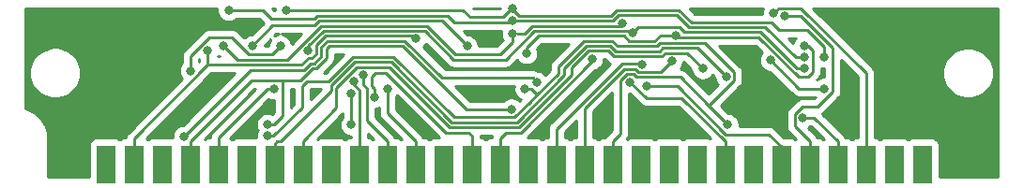
<source format=gbr>
%TF.GenerationSoftware,KiCad,Pcbnew,(5.1.8)-1*%
%TF.CreationDate,2021-01-03T01:35:45+11:00*%
%TF.ProjectId,30pinsimm,33307069-6e73-4696-9d6d-2e6b69636164,rev?*%
%TF.SameCoordinates,Original*%
%TF.FileFunction,Copper,L4,Bot*%
%TF.FilePolarity,Positive*%
%FSLAX46Y46*%
G04 Gerber Fmt 4.6, Leading zero omitted, Abs format (unit mm)*
G04 Created by KiCad (PCBNEW (5.1.8)-1) date 2021-01-03 01:35:45*
%MOMM*%
%LPD*%
G01*
G04 APERTURE LIST*
%TA.AperFunction,ComponentPad*%
%ADD10R,1.780000X3.500000*%
%TD*%
%TA.AperFunction,ViaPad*%
%ADD11C,0.800000*%
%TD*%
%TA.AperFunction,Conductor*%
%ADD12C,0.250000*%
%TD*%
%TA.AperFunction,NonConductor*%
%ADD13C,0.254000*%
%TD*%
%TA.AperFunction,NonConductor*%
%ADD14C,0.100000*%
%TD*%
G04 APERTURE END LIST*
D10*
%TO.P,SIMM1,21*%
%TO.N,/WE*%
X158115000Y-109477000D03*
%TO.P,SIMM1,20*%
%TO.N,/DQ5*%
X155575000Y-109477000D03*
%TO.P,SIMM1,29*%
%TO.N,/DP*%
X178435000Y-109477000D03*
%TO.P,SIMM1,28*%
%TO.N,/CASP*%
X175895000Y-109477000D03*
%TO.P,SIMM1,27*%
%TO.N,/RAS*%
X173355000Y-109477000D03*
%TO.P,SIMM1,19*%
%TO.N,/A10*%
X153035000Y-109477000D03*
%TO.P,SIMM1,30*%
%TO.N,+5V*%
X180975000Y-109477000D03*
%TO.P,SIMM1,26*%
%TO.N,/QP*%
X170815000Y-109477000D03*
%TO.P,SIMM1,17*%
%TO.N,/A8*%
X147955000Y-109477000D03*
%TO.P,SIMM1,25*%
%TO.N,/DQ7*%
X168275000Y-109477000D03*
%TO.P,SIMM1,22*%
%TO.N,GND*%
X160655000Y-109477000D03*
%TO.P,SIMM1,18*%
%TO.N,/A9*%
X150495000Y-109477000D03*
%TO.P,SIMM1,24*%
%TO.N,/A11*%
X165735000Y-109477000D03*
%TO.P,SIMM1,23*%
%TO.N,/DQ6*%
X163195000Y-109477000D03*
%TO.P,SIMM1,12*%
%TO.N,/A5*%
X135255000Y-109477000D03*
%TO.P,SIMM1,11*%
%TO.N,/A4*%
X132715000Y-109477000D03*
%TO.P,SIMM1,10*%
%TO.N,/DQ2*%
X130175000Y-109477000D03*
%TO.P,SIMM1,16*%
%TO.N,/DQ4*%
X145415000Y-109477000D03*
%TO.P,SIMM1,13*%
%TO.N,/DQ3*%
X137795000Y-109477000D03*
%TO.P,SIMM1,9*%
%TO.N,GND*%
X127635000Y-109477000D03*
%TO.P,SIMM1,15*%
%TO.N,/A7*%
X142875000Y-109477000D03*
%TO.P,SIMM1,14*%
%TO.N,/A6*%
X140335000Y-109477000D03*
%TO.P,SIMM1,7*%
%TO.N,/A2*%
X122555000Y-109477000D03*
%TO.P,SIMM1,8*%
%TO.N,/A3*%
X125095000Y-109477000D03*
%TO.P,SIMM1,6*%
%TO.N,/DQ1*%
X120015000Y-109477000D03*
%TO.P,SIMM1,5*%
%TO.N,/A1*%
X117475000Y-109477000D03*
%TO.P,SIMM1,4*%
%TO.N,/A0*%
X114935000Y-109477000D03*
%TO.P,SIMM1,3*%
%TO.N,/DQ0*%
X112395000Y-109477000D03*
%TO.P,SIMM1,2*%
%TO.N,/CAS*%
X109855000Y-109477000D03*
%TO.P,SIMM1,1*%
%TO.N,+5V*%
X107315000Y-109477000D03*
%TD*%
D11*
%TO.N,/CASP*%
X167546000Y-95829700D03*
%TO.N,/RAS*%
X170194300Y-105258800D03*
%TO.N,/A10*%
X145139800Y-102666500D03*
X121920000Y-106934000D03*
X163428000Y-105889600D03*
%TO.N,/QP*%
X168585600Y-96076900D03*
%TO.N,/A8*%
X155667600Y-100420400D03*
X158713200Y-97797500D03*
X170307000Y-98787200D03*
X120523000Y-98766500D03*
X139896300Y-98779200D03*
X145288000Y-99454410D03*
%TO.N,/DQ7*%
X156094696Y-102425884D03*
%TO.N,/A9*%
X144018000Y-97649500D03*
X117930000Y-98756700D03*
X153893700Y-96691200D03*
X158371300Y-100148800D03*
%TO.N,/DQ6*%
X154620600Y-102062000D03*
%TO.N,/A5*%
X132713000Y-102636100D03*
%TO.N,/A4*%
X170319400Y-100813400D03*
X130537000Y-101397200D03*
X154819555Y-97592479D03*
X125577701Y-99163018D03*
%TO.N,/DQ2*%
X129703800Y-101978800D03*
%TO.N,/DQ3*%
X129449990Y-105918000D03*
X129441009Y-103060813D03*
%TO.N,/A7*%
X144018000Y-96520000D03*
X170307000Y-99822000D03*
X118393100Y-95551200D03*
X151208100Y-99943200D03*
%TO.N,/A6*%
X172151100Y-99772400D03*
X114952800Y-101014100D03*
X131568700Y-103403300D03*
X144018000Y-95377000D03*
X123605800Y-95551900D03*
X123063000Y-98724390D03*
%TO.N,/A2*%
X163279900Y-101543800D03*
%TO.N,/A3*%
X161165400Y-100834100D03*
%TO.N,/A1*%
X114348600Y-106959700D03*
X172109700Y-102635500D03*
X167269300Y-100060700D03*
X122499300Y-102663000D03*
X146241431Y-102066810D03*
%TO.N,/A0*%
X143905300Y-104491500D03*
X121920000Y-105888600D03*
%TO.N,/CAS*%
X135255300Y-98127200D03*
X116524700Y-99178600D03*
%TD*%
D12*
%TO.N,/CASP*%
X175895000Y-107401700D02*
X175895000Y-101221700D01*
X175895000Y-101221700D02*
X170024900Y-95351600D01*
X170024900Y-95351600D02*
X168024100Y-95351600D01*
X168024100Y-95351600D02*
X167546000Y-95829700D01*
X175895000Y-108077000D02*
X175895000Y-107401700D01*
%TO.N,/RAS*%
X170194300Y-105258800D02*
X171212100Y-105258800D01*
X171212100Y-105258800D02*
X173355000Y-107401700D01*
X173355000Y-108077000D02*
X173355000Y-107401700D01*
%TO.N,/A10*%
X150443100Y-98317200D02*
X153000100Y-98317200D01*
X153000100Y-98317200D02*
X153450400Y-98767500D01*
X157324100Y-98522800D02*
X161357700Y-98522800D01*
X161357700Y-98522800D02*
X164012000Y-101177100D01*
X164012000Y-101177100D02*
X164012000Y-101859900D01*
X164012000Y-101859900D02*
X161705200Y-104166700D01*
X145616800Y-103808800D02*
X144189400Y-105236200D01*
X144189400Y-105236200D02*
X138716800Y-105236200D01*
X138716800Y-105236200D02*
X133251800Y-99771200D01*
X133251800Y-99771200D02*
X129611600Y-99771200D01*
X129611600Y-99771200D02*
X127443100Y-101939700D01*
X127443100Y-101939700D02*
X125461000Y-101939700D01*
X125461000Y-101939700D02*
X125036100Y-102364600D01*
X125036100Y-102364600D02*
X125036100Y-104344200D01*
X153035000Y-107401700D02*
X153710300Y-106726400D01*
X153710300Y-106726400D02*
X153710300Y-101890100D01*
X153710300Y-101890100D02*
X154300200Y-101300200D01*
X154300200Y-101300200D02*
X154884800Y-101300200D01*
X154884800Y-101300200D02*
X155180600Y-101596000D01*
X155180600Y-101596000D02*
X159134400Y-101596000D01*
X159134400Y-101596000D02*
X161705200Y-104166700D01*
X161705200Y-104166700D02*
X163428000Y-105889600D01*
X153035000Y-108077000D02*
X153035000Y-107401700D01*
X157079400Y-98767500D02*
X157324100Y-98522800D01*
X153450400Y-98767500D02*
X157079400Y-98767500D01*
X122446300Y-106934000D02*
X125036100Y-104344200D01*
X121920000Y-106934000D02*
X122446300Y-106934000D01*
X145616800Y-103808800D02*
X145619200Y-103808800D01*
X148129150Y-101298850D02*
X148129150Y-100631150D01*
X148129150Y-100631150D02*
X150443100Y-98317200D01*
X145719500Y-102666500D02*
X146240500Y-103187500D01*
X145139800Y-102666500D02*
X145719500Y-102666500D01*
X146240500Y-103187500D02*
X148129150Y-101298850D01*
X145619200Y-103808800D02*
X146240500Y-103187500D01*
%TO.N,/QP*%
X170815000Y-107401700D02*
X169464400Y-106051100D01*
X169464400Y-106051100D02*
X169464400Y-104944600D01*
X169464400Y-104944600D02*
X170135000Y-104274000D01*
X170135000Y-104274000D02*
X171507800Y-104274000D01*
X171507800Y-104274000D02*
X172891600Y-102890200D01*
X172891600Y-102890200D02*
X172891600Y-98934800D01*
X172891600Y-98934800D02*
X170033700Y-96076900D01*
X170033700Y-96076900D02*
X168585600Y-96076900D01*
X170815000Y-108077000D02*
X170815000Y-107401700D01*
%TO.N,/A8*%
X139896300Y-98779200D02*
X137618300Y-96501200D01*
X137618300Y-96501200D02*
X126577300Y-96501200D01*
X126577300Y-96501200D02*
X126146100Y-96932400D01*
X126146100Y-96932400D02*
X122612300Y-96932400D01*
X158713200Y-97885100D02*
X158713200Y-97797500D01*
X147955000Y-107401700D02*
X147955000Y-106278700D01*
X147955000Y-106278700D02*
X153882100Y-100351600D01*
X153882100Y-100351600D02*
X155598800Y-100351600D01*
X155598800Y-100351600D02*
X155667600Y-100420400D01*
X147955000Y-108077000D02*
X147955000Y-107401700D01*
X158800900Y-97972800D02*
X158713200Y-97885100D01*
X166207580Y-97972800D02*
X158800900Y-97972800D01*
X171069000Y-101138400D02*
X170653300Y-101554100D01*
X169788880Y-101554100D02*
X166207580Y-97972800D01*
X170653300Y-101554100D02*
X169788880Y-101554100D01*
X156825511Y-98317489D02*
X157345500Y-97797500D01*
X154489789Y-98317489D02*
X156825511Y-98317489D01*
X154039200Y-97866900D02*
X154489789Y-98317489D01*
X157345500Y-97797500D02*
X158713200Y-97797500D01*
X146546620Y-97866900D02*
X154039200Y-97866900D01*
X170669200Y-98787200D02*
X171069000Y-99187000D01*
X170307000Y-98787200D02*
X170669200Y-98787200D01*
X171069000Y-99187000D02*
X171069000Y-101138400D01*
X146546620Y-97866900D02*
X146354100Y-97866900D01*
X145288000Y-98933000D02*
X145288000Y-99454410D01*
X146354100Y-97866900D02*
X145288000Y-98933000D01*
X122357100Y-96932400D02*
X120523000Y-98766500D01*
X122612300Y-96932400D02*
X122357100Y-96932400D01*
%TO.N,/DQ7*%
X168275000Y-108077000D02*
X168275000Y-107950000D01*
X158895384Y-102425884D02*
X156094696Y-102425884D01*
X163235750Y-106766250D02*
X158895384Y-102425884D01*
X168275000Y-107950000D02*
X167091250Y-106766250D01*
X167091250Y-106766250D02*
X163235750Y-106766250D01*
%TO.N,/A9*%
X153893700Y-96691200D02*
X153618600Y-96966300D01*
X153618600Y-96966300D02*
X145784900Y-96966300D01*
X145784900Y-96966300D02*
X145101700Y-97649500D01*
X145101700Y-97649500D02*
X144398100Y-97649500D01*
X150495000Y-107401700D02*
X150495000Y-104396400D01*
X150495000Y-104396400D02*
X154044800Y-100846600D01*
X154044800Y-100846600D02*
X155068100Y-100846600D01*
X155068100Y-100846600D02*
X155367200Y-101145700D01*
X155367200Y-101145700D02*
X157374400Y-101145700D01*
X157374400Y-101145700D02*
X158371300Y-100148800D01*
X150495000Y-108077000D02*
X150495000Y-107401700D01*
X142897900Y-99545100D02*
X144018000Y-98425000D01*
X138874100Y-99545100D02*
X142897900Y-99545100D01*
X144018000Y-98425000D02*
X144018000Y-97649500D01*
X136280500Y-96951500D02*
X138874100Y-99545100D01*
X126763900Y-96951500D02*
X136280500Y-96951500D01*
X123714500Y-100000900D02*
X126763900Y-96951500D01*
X119174200Y-100000900D02*
X123714500Y-100000900D01*
X117930000Y-98756700D02*
X119174200Y-100000900D01*
%TO.N,/DQ6*%
X163195000Y-108077000D02*
X163195000Y-107442000D01*
X159267700Y-103514700D02*
X156073300Y-103514700D01*
X163195000Y-107442000D02*
X159267700Y-103514700D01*
X156073300Y-103514700D02*
X154620600Y-102062000D01*
%TO.N,/A5*%
X135255000Y-107401700D02*
X132713000Y-104859700D01*
X132713000Y-104859700D02*
X132713000Y-102636100D01*
X135255000Y-108077000D02*
X135255000Y-107401700D01*
%TO.N,/A4*%
X132715000Y-107401700D02*
X130839200Y-105525900D01*
X130839200Y-105525900D02*
X130839200Y-102594700D01*
X130839200Y-102594700D02*
X130537000Y-102292500D01*
X130537000Y-102292500D02*
X130537000Y-101397200D01*
X132715000Y-108077000D02*
X132715000Y-107401700D01*
X169684590Y-100813400D02*
X166393690Y-97522500D01*
X159538300Y-97522500D02*
X159087900Y-97072100D01*
X166393690Y-97522500D02*
X159538300Y-97522500D01*
X170319400Y-100813400D02*
X169684590Y-100813400D01*
X155339934Y-97072100D02*
X154819555Y-97592479D01*
X159087900Y-97072100D02*
X155339934Y-97072100D01*
X154643676Y-97416600D02*
X154819555Y-97592479D01*
X145971600Y-97416600D02*
X154643676Y-97416600D01*
X143392800Y-99995400D02*
X145971600Y-97416600D01*
X138687400Y-99995400D02*
X143392800Y-99995400D01*
X136093900Y-97401900D02*
X138687400Y-99995400D01*
X126950400Y-97401900D02*
X136093900Y-97401900D01*
X125577701Y-98774599D02*
X126950400Y-97401900D01*
X125577701Y-99163018D02*
X125577701Y-98774599D01*
%TO.N,/DQ2*%
X130175000Y-102769485D02*
X130175000Y-108077000D01*
X129703800Y-102298285D02*
X130175000Y-102769485D01*
X129703800Y-101978800D02*
X129703800Y-102298285D01*
%TO.N,/DQ3*%
X129441009Y-105909019D02*
X129449990Y-105918000D01*
X129441009Y-103060813D02*
X129441009Y-105909019D01*
%TO.N,/A7*%
X144026800Y-96516000D02*
X144026800Y-96493200D01*
X126144200Y-96297400D02*
X126390700Y-96050900D01*
X126390700Y-96050900D02*
X138193900Y-96050900D01*
X138193900Y-96050900D02*
X138777300Y-96634300D01*
X143908500Y-96634300D02*
X144026800Y-96516000D01*
X159911500Y-97072200D02*
X158805200Y-95965900D01*
X158805200Y-95965900D02*
X153593300Y-95965900D01*
X153593300Y-95965900D02*
X153043200Y-96516000D01*
X151208100Y-100146600D02*
X151208100Y-99943200D01*
X121459200Y-95551200D02*
X122205400Y-96297400D01*
X118393100Y-95551200D02*
X121459200Y-95551200D01*
X122205400Y-96297400D02*
X126144200Y-96297400D01*
X142875000Y-108077000D02*
X142875000Y-107188000D01*
X143435650Y-106627350D02*
X144727350Y-106627350D01*
X142875000Y-107188000D02*
X143435650Y-106627350D01*
X144727350Y-106627350D02*
X151208100Y-100146600D01*
X166579800Y-97072200D02*
X159911500Y-97072200D01*
X166579800Y-97072200D02*
X166795200Y-97072200D01*
X169545000Y-99822000D02*
X170307000Y-99822000D01*
X166795200Y-97072200D02*
X169545000Y-99822000D01*
X143885700Y-96634300D02*
X144026800Y-96493200D01*
X143395700Y-96634300D02*
X143885700Y-96634300D01*
X138777300Y-96634300D02*
X143395700Y-96634300D01*
X143395700Y-96634300D02*
X143908500Y-96634300D01*
X144049600Y-96516000D02*
X144026800Y-96493200D01*
X144784000Y-96516000D02*
X144049600Y-96516000D01*
X153043200Y-96516000D02*
X144784000Y-96516000D01*
X144784000Y-96516000D02*
X144026800Y-96516000D01*
%TO.N,/A6*%
X172151100Y-99772400D02*
X172151100Y-98831200D01*
X172151100Y-98831200D02*
X170614300Y-97294400D01*
X170614300Y-97294400D02*
X168043200Y-97294400D01*
X168043200Y-97294400D02*
X167370700Y-96621900D01*
X167370700Y-96621900D02*
X160136500Y-96621900D01*
X160136500Y-96621900D02*
X159030200Y-95515600D01*
X159030200Y-95515600D02*
X153406700Y-95515600D01*
X153406700Y-95515600D02*
X152856800Y-96065500D01*
X152856800Y-96065500D02*
X144635500Y-96065500D01*
X144635500Y-96065500D02*
X143949400Y-95379400D01*
X143949400Y-95379400D02*
X143150600Y-96178200D01*
X143150600Y-96178200D02*
X140175000Y-96178200D01*
X140175000Y-96178200D02*
X139548700Y-95551900D01*
X139548700Y-95551900D02*
X123605800Y-95551900D01*
X131568700Y-103403300D02*
X131568700Y-102687300D01*
X131568700Y-102687300D02*
X131262300Y-102380900D01*
X131262300Y-102380900D02*
X131262300Y-101594400D01*
X131262300Y-101594400D02*
X131635400Y-101221300D01*
X131635400Y-101221300D02*
X132596300Y-101221300D01*
X140335000Y-108077000D02*
X140335000Y-106934000D01*
X140014500Y-106613500D02*
X137988500Y-106613500D01*
X140335000Y-106934000D02*
X140014500Y-106613500D01*
X132596300Y-101221300D02*
X137988500Y-106613500D01*
X114952800Y-101014100D02*
X114952800Y-99670100D01*
X114952800Y-99670100D02*
X116622500Y-98000400D01*
X120192501Y-99491501D02*
X118701400Y-98000400D01*
X122295889Y-99491501D02*
X120192501Y-99491501D01*
X123063000Y-98724390D02*
X122295889Y-99491501D01*
X116622500Y-98000400D02*
X118701400Y-98000400D01*
%TO.N,/A2*%
X122768700Y-107401700D02*
X123061500Y-107401700D01*
X122555000Y-108077000D02*
X122555000Y-107615400D01*
X148661700Y-101412600D02*
X148661700Y-100782700D01*
X160709200Y-98973100D02*
X163279900Y-101543800D01*
X138530200Y-105686500D02*
X144387800Y-105686500D01*
X122555000Y-107615400D02*
X122768700Y-107401700D01*
X144387800Y-105686500D02*
X148661700Y-101412600D01*
X152813500Y-98767500D02*
X153290700Y-99244700D01*
X153290700Y-99244700D02*
X157316700Y-99244700D01*
X133065200Y-100221500D02*
X138530200Y-105686500D01*
X150676900Y-98767500D02*
X152813500Y-98767500D01*
X148661700Y-100782700D02*
X150676900Y-98767500D01*
X127667600Y-102352100D02*
X129798200Y-100221500D01*
X157316700Y-99244700D02*
X157588300Y-98973100D01*
X127667600Y-102795600D02*
X127667600Y-102352100D01*
X123061500Y-107401700D02*
X127667600Y-102795600D01*
X157588300Y-98973100D02*
X160709200Y-98973100D01*
X129798200Y-100221500D02*
X133065200Y-100221500D01*
%TO.N,/A3*%
X125095000Y-107401700D02*
X128117900Y-104378800D01*
X128117900Y-104378800D02*
X128118000Y-104378800D01*
X128118000Y-104378800D02*
X128118000Y-102538600D01*
X128118000Y-102538600D02*
X129984800Y-100671800D01*
X129984800Y-100671800D02*
X132878500Y-100671800D01*
X132878500Y-100671800D02*
X138343500Y-106136800D01*
X138343500Y-106136800D02*
X144576000Y-106136800D01*
X144576000Y-106136800D02*
X149339000Y-101373800D01*
X149339000Y-101373800D02*
X149339000Y-100748800D01*
X149339000Y-100748800D02*
X150869900Y-99217900D01*
X150869900Y-99217900D02*
X152627000Y-99217900D01*
X152627000Y-99217900D02*
X153104100Y-99695000D01*
X153104100Y-99695000D02*
X157503300Y-99695000D01*
X157503300Y-99695000D02*
X157774900Y-99423400D01*
X157774900Y-99423400D02*
X159754700Y-99423400D01*
X159754700Y-99423400D02*
X161165400Y-100834100D01*
X125095000Y-108077000D02*
X125095000Y-107401700D01*
%TO.N,/A1*%
X169844100Y-102635500D02*
X167269300Y-100060700D01*
X172109700Y-102635500D02*
X169844100Y-102635500D01*
X122499300Y-102663000D02*
X121873000Y-102663000D01*
X117475000Y-107061000D02*
X117475000Y-108077000D01*
X121873000Y-102663000D02*
X117475000Y-107061000D01*
X137670211Y-101666811D02*
X145841432Y-101666811D01*
X120360000Y-100948300D02*
X125179434Y-100948300D01*
X127324091Y-98302500D02*
X134305900Y-98302500D01*
X126752714Y-98873876D02*
X127324091Y-98302500D01*
X126752714Y-99697420D02*
X126752714Y-98873876D01*
X126112103Y-100338031D02*
X126752714Y-99697420D01*
X134305900Y-98302500D02*
X137670211Y-101666811D01*
X125789703Y-100338031D02*
X126112103Y-100338031D01*
X145841432Y-101666811D02*
X146241431Y-102066810D01*
X125179434Y-100948300D02*
X125789703Y-100338031D01*
X114348600Y-106959700D02*
X120360000Y-100948300D01*
%TO.N,/A0*%
X114935000Y-107401700D02*
X120432300Y-101904400D01*
X120432300Y-101904400D02*
X123035200Y-101904400D01*
X114935000Y-108077000D02*
X114935000Y-107401700D01*
X123224600Y-101920200D02*
X123240400Y-101904400D01*
X123224600Y-104384400D02*
X123224600Y-101920200D01*
X120432300Y-101904400D02*
X123240400Y-101904400D01*
X126298503Y-100788042D02*
X127202725Y-99883820D01*
X123240400Y-101904400D02*
X124859745Y-101904400D01*
X124859745Y-101904400D02*
X125976103Y-100788042D01*
X127202725Y-99060276D02*
X127510202Y-98752800D01*
X125976103Y-100788042D02*
X126298503Y-100788042D01*
X127202725Y-99883820D02*
X127202725Y-99060276D01*
X127510202Y-98752800D02*
X134119300Y-98752800D01*
X134119300Y-98752800D02*
X139858000Y-104491500D01*
X139858000Y-104491500D02*
X143905300Y-104491500D01*
X123224600Y-104384400D02*
X123224600Y-105121400D01*
X122457400Y-105888600D02*
X121920000Y-105888600D01*
X123224600Y-105121400D02*
X122457400Y-105888600D01*
%TO.N,/CAS*%
X116524700Y-100497900D02*
X109855000Y-107167600D01*
X109855000Y-107167600D02*
X109855000Y-107401700D01*
X116524700Y-100497900D02*
X116524700Y-99178600D01*
X109855000Y-108077000D02*
X109855000Y-107401700D01*
X126302703Y-98687477D02*
X126302703Y-99511020D01*
X127137980Y-97852200D02*
X126302703Y-98687477D01*
X124993423Y-100497900D02*
X116524700Y-100497900D01*
X125603303Y-99888020D02*
X124993423Y-100497900D01*
X126302703Y-99511020D02*
X125925703Y-99888020D01*
X134980300Y-97852200D02*
X127137980Y-97852200D01*
X135255300Y-98127200D02*
X134980300Y-97852200D01*
X125925703Y-99888020D02*
X125603303Y-99888020D01*
%TD*%
D13*
X187808001Y-110642800D02*
X182503072Y-110642800D01*
X182503072Y-107727000D01*
X182490812Y-107602518D01*
X182454502Y-107482820D01*
X182395537Y-107372506D01*
X182316185Y-107275815D01*
X182219494Y-107196463D01*
X182109180Y-107137498D01*
X181989482Y-107101188D01*
X181865000Y-107088928D01*
X180085000Y-107088928D01*
X179960518Y-107101188D01*
X179840820Y-107137498D01*
X179730506Y-107196463D01*
X179705000Y-107217395D01*
X179679494Y-107196463D01*
X179569180Y-107137498D01*
X179449482Y-107101188D01*
X179325000Y-107088928D01*
X177545000Y-107088928D01*
X177420518Y-107101188D01*
X177300820Y-107137498D01*
X177190506Y-107196463D01*
X177165000Y-107217395D01*
X177139494Y-107196463D01*
X177029180Y-107137498D01*
X176909482Y-107101188D01*
X176785000Y-107088928D01*
X176655000Y-107088928D01*
X176655000Y-101259022D01*
X176658676Y-101221699D01*
X176655000Y-101184376D01*
X176655000Y-101184367D01*
X176644003Y-101072714D01*
X176619101Y-100990620D01*
X182771220Y-100990620D01*
X182771220Y-101447380D01*
X182860329Y-101895363D01*
X183035123Y-102317354D01*
X183288886Y-102697136D01*
X183611864Y-103020114D01*
X183991646Y-103273877D01*
X184413637Y-103448671D01*
X184861620Y-103537780D01*
X185318380Y-103537780D01*
X185766363Y-103448671D01*
X186188354Y-103273877D01*
X186568136Y-103020114D01*
X186891114Y-102697136D01*
X187144877Y-102317354D01*
X187319671Y-101895363D01*
X187408780Y-101447380D01*
X187408780Y-100990620D01*
X187319671Y-100542637D01*
X187144877Y-100120646D01*
X186891114Y-99740864D01*
X186568136Y-99417886D01*
X186188354Y-99164123D01*
X185766363Y-98989329D01*
X185318380Y-98900220D01*
X184861620Y-98900220D01*
X184413637Y-98989329D01*
X183991646Y-99164123D01*
X183611864Y-99417886D01*
X183288886Y-99740864D01*
X183035123Y-100120646D01*
X182860329Y-100542637D01*
X182771220Y-100990620D01*
X176619101Y-100990620D01*
X176600546Y-100929453D01*
X176588515Y-100906944D01*
X176529974Y-100797423D01*
X176458799Y-100710697D01*
X176435001Y-100681699D01*
X176406003Y-100657901D01*
X171124701Y-95376600D01*
X187808000Y-95376600D01*
X187808001Y-110642800D01*
%TA.AperFunction,NonConductor*%
D14*
G36*
X187808001Y-110642800D02*
G01*
X182503072Y-110642800D01*
X182503072Y-107727000D01*
X182490812Y-107602518D01*
X182454502Y-107482820D01*
X182395537Y-107372506D01*
X182316185Y-107275815D01*
X182219494Y-107196463D01*
X182109180Y-107137498D01*
X181989482Y-107101188D01*
X181865000Y-107088928D01*
X180085000Y-107088928D01*
X179960518Y-107101188D01*
X179840820Y-107137498D01*
X179730506Y-107196463D01*
X179705000Y-107217395D01*
X179679494Y-107196463D01*
X179569180Y-107137498D01*
X179449482Y-107101188D01*
X179325000Y-107088928D01*
X177545000Y-107088928D01*
X177420518Y-107101188D01*
X177300820Y-107137498D01*
X177190506Y-107196463D01*
X177165000Y-107217395D01*
X177139494Y-107196463D01*
X177029180Y-107137498D01*
X176909482Y-107101188D01*
X176785000Y-107088928D01*
X176655000Y-107088928D01*
X176655000Y-101259022D01*
X176658676Y-101221699D01*
X176655000Y-101184376D01*
X176655000Y-101184367D01*
X176644003Y-101072714D01*
X176619101Y-100990620D01*
X182771220Y-100990620D01*
X182771220Y-101447380D01*
X182860329Y-101895363D01*
X183035123Y-102317354D01*
X183288886Y-102697136D01*
X183611864Y-103020114D01*
X183991646Y-103273877D01*
X184413637Y-103448671D01*
X184861620Y-103537780D01*
X185318380Y-103537780D01*
X185766363Y-103448671D01*
X186188354Y-103273877D01*
X186568136Y-103020114D01*
X186891114Y-102697136D01*
X187144877Y-102317354D01*
X187319671Y-101895363D01*
X187408780Y-101447380D01*
X187408780Y-100990620D01*
X187319671Y-100542637D01*
X187144877Y-100120646D01*
X186891114Y-99740864D01*
X186568136Y-99417886D01*
X186188354Y-99164123D01*
X185766363Y-98989329D01*
X185318380Y-98900220D01*
X184861620Y-98900220D01*
X184413637Y-98989329D01*
X183991646Y-99164123D01*
X183611864Y-99417886D01*
X183288886Y-99740864D01*
X183035123Y-100120646D01*
X182860329Y-100542637D01*
X182771220Y-100990620D01*
X176619101Y-100990620D01*
X176600546Y-100929453D01*
X176588515Y-100906944D01*
X176529974Y-100797423D01*
X176458799Y-100710697D01*
X176435001Y-100681699D01*
X176406003Y-100657901D01*
X171124701Y-95376600D01*
X187808000Y-95376600D01*
X187808001Y-110642800D01*
G37*
%TD.AperFunction*%
D13*
X117358100Y-95449261D02*
X117358100Y-95653139D01*
X117397874Y-95853098D01*
X117475895Y-96041456D01*
X117589163Y-96210974D01*
X117733326Y-96355137D01*
X117902844Y-96468405D01*
X118091202Y-96546426D01*
X118291161Y-96586200D01*
X118495039Y-96586200D01*
X118694998Y-96546426D01*
X118883356Y-96468405D01*
X119052874Y-96355137D01*
X119096811Y-96311200D01*
X121144399Y-96311200D01*
X121523948Y-96690750D01*
X120483199Y-97731500D01*
X120421061Y-97731500D01*
X120221102Y-97771274D01*
X120032744Y-97849295D01*
X119863226Y-97962563D01*
X119800795Y-98024994D01*
X119265204Y-97489403D01*
X119241401Y-97460399D01*
X119125676Y-97365426D01*
X118993647Y-97294854D01*
X118850386Y-97251397D01*
X118738733Y-97240400D01*
X118738722Y-97240400D01*
X118701400Y-97236724D01*
X118664078Y-97240400D01*
X116659822Y-97240400D01*
X116622499Y-97236724D01*
X116585176Y-97240400D01*
X116585167Y-97240400D01*
X116473514Y-97251397D01*
X116330253Y-97294854D01*
X116198224Y-97365426D01*
X116182185Y-97378589D01*
X116111496Y-97436601D01*
X116111492Y-97436605D01*
X116082499Y-97460399D01*
X116058705Y-97489392D01*
X114441798Y-99106301D01*
X114412800Y-99130099D01*
X114389002Y-99159097D01*
X114389001Y-99159098D01*
X114317826Y-99245824D01*
X114247254Y-99377854D01*
X114227416Y-99443254D01*
X114203798Y-99521114D01*
X114198872Y-99571124D01*
X114189124Y-99670100D01*
X114192801Y-99707432D01*
X114192801Y-100310388D01*
X114148863Y-100354326D01*
X114035595Y-100523844D01*
X113957574Y-100712202D01*
X113917800Y-100912161D01*
X113917800Y-101116039D01*
X113957574Y-101315998D01*
X114035595Y-101504356D01*
X114148863Y-101673874D01*
X114211394Y-101736405D01*
X109344003Y-106603796D01*
X109314999Y-106627599D01*
X109270620Y-106681676D01*
X109220026Y-106743324D01*
X109161144Y-106853483D01*
X109149454Y-106875354D01*
X109105997Y-107018615D01*
X109099072Y-107088928D01*
X108965000Y-107088928D01*
X108840518Y-107101188D01*
X108720820Y-107137498D01*
X108610506Y-107196463D01*
X108585000Y-107217395D01*
X108559494Y-107196463D01*
X108449180Y-107137498D01*
X108329482Y-107101188D01*
X108205000Y-107088928D01*
X106425000Y-107088928D01*
X106300518Y-107101188D01*
X106180820Y-107137498D01*
X106070506Y-107196463D01*
X105973815Y-107275815D01*
X105894463Y-107372506D01*
X105835498Y-107482820D01*
X105799188Y-107602518D01*
X105786928Y-107727000D01*
X105786928Y-110642800D01*
X102107600Y-110642800D01*
X102107600Y-107028621D01*
X102104702Y-106999202D01*
X102104875Y-106974513D01*
X102103975Y-106965342D01*
X102063039Y-106575861D01*
X102051018Y-106517301D01*
X102039802Y-106458502D01*
X102037138Y-106449680D01*
X101921330Y-106075568D01*
X101898155Y-106020436D01*
X101875742Y-105964962D01*
X101871416Y-105956825D01*
X101685149Y-105612330D01*
X101651693Y-105562729D01*
X101618943Y-105512682D01*
X101613119Y-105505541D01*
X101363485Y-105203787D01*
X101321050Y-105161647D01*
X101279187Y-105118898D01*
X101272087Y-105113024D01*
X100968598Y-104865504D01*
X100918787Y-104832410D01*
X100869415Y-104798604D01*
X100861309Y-104794221D01*
X100515522Y-104610363D01*
X100460207Y-104587564D01*
X100405235Y-104564003D01*
X100396432Y-104561278D01*
X100101000Y-104472082D01*
X100101000Y-100977920D01*
X100424220Y-100977920D01*
X100424220Y-101434680D01*
X100513329Y-101882663D01*
X100688123Y-102304654D01*
X100941886Y-102684436D01*
X101264864Y-103007414D01*
X101644646Y-103261177D01*
X102066637Y-103435971D01*
X102514620Y-103525080D01*
X102971380Y-103525080D01*
X103419363Y-103435971D01*
X103841354Y-103261177D01*
X104221136Y-103007414D01*
X104544114Y-102684436D01*
X104797877Y-102304654D01*
X104972671Y-101882663D01*
X105061780Y-101434680D01*
X105061780Y-100977920D01*
X104972671Y-100529937D01*
X104797877Y-100107946D01*
X104544114Y-99728164D01*
X104221136Y-99405186D01*
X103841354Y-99151423D01*
X103419363Y-98976629D01*
X102971380Y-98887520D01*
X102514620Y-98887520D01*
X102066637Y-98976629D01*
X101644646Y-99151423D01*
X101264864Y-99405186D01*
X100941886Y-99728164D01*
X100688123Y-100107946D01*
X100513329Y-100529937D01*
X100424220Y-100977920D01*
X100101000Y-100977920D01*
X100101000Y-95376600D01*
X117372553Y-95376600D01*
X117358100Y-95449261D01*
%TA.AperFunction,NonConductor*%
D14*
G36*
X117358100Y-95449261D02*
G01*
X117358100Y-95653139D01*
X117397874Y-95853098D01*
X117475895Y-96041456D01*
X117589163Y-96210974D01*
X117733326Y-96355137D01*
X117902844Y-96468405D01*
X118091202Y-96546426D01*
X118291161Y-96586200D01*
X118495039Y-96586200D01*
X118694998Y-96546426D01*
X118883356Y-96468405D01*
X119052874Y-96355137D01*
X119096811Y-96311200D01*
X121144399Y-96311200D01*
X121523948Y-96690750D01*
X120483199Y-97731500D01*
X120421061Y-97731500D01*
X120221102Y-97771274D01*
X120032744Y-97849295D01*
X119863226Y-97962563D01*
X119800795Y-98024994D01*
X119265204Y-97489403D01*
X119241401Y-97460399D01*
X119125676Y-97365426D01*
X118993647Y-97294854D01*
X118850386Y-97251397D01*
X118738733Y-97240400D01*
X118738722Y-97240400D01*
X118701400Y-97236724D01*
X118664078Y-97240400D01*
X116659822Y-97240400D01*
X116622499Y-97236724D01*
X116585176Y-97240400D01*
X116585167Y-97240400D01*
X116473514Y-97251397D01*
X116330253Y-97294854D01*
X116198224Y-97365426D01*
X116182185Y-97378589D01*
X116111496Y-97436601D01*
X116111492Y-97436605D01*
X116082499Y-97460399D01*
X116058705Y-97489392D01*
X114441798Y-99106301D01*
X114412800Y-99130099D01*
X114389002Y-99159097D01*
X114389001Y-99159098D01*
X114317826Y-99245824D01*
X114247254Y-99377854D01*
X114227416Y-99443254D01*
X114203798Y-99521114D01*
X114198872Y-99571124D01*
X114189124Y-99670100D01*
X114192801Y-99707432D01*
X114192801Y-100310388D01*
X114148863Y-100354326D01*
X114035595Y-100523844D01*
X113957574Y-100712202D01*
X113917800Y-100912161D01*
X113917800Y-101116039D01*
X113957574Y-101315998D01*
X114035595Y-101504356D01*
X114148863Y-101673874D01*
X114211394Y-101736405D01*
X109344003Y-106603796D01*
X109314999Y-106627599D01*
X109270620Y-106681676D01*
X109220026Y-106743324D01*
X109161144Y-106853483D01*
X109149454Y-106875354D01*
X109105997Y-107018615D01*
X109099072Y-107088928D01*
X108965000Y-107088928D01*
X108840518Y-107101188D01*
X108720820Y-107137498D01*
X108610506Y-107196463D01*
X108585000Y-107217395D01*
X108559494Y-107196463D01*
X108449180Y-107137498D01*
X108329482Y-107101188D01*
X108205000Y-107088928D01*
X106425000Y-107088928D01*
X106300518Y-107101188D01*
X106180820Y-107137498D01*
X106070506Y-107196463D01*
X105973815Y-107275815D01*
X105894463Y-107372506D01*
X105835498Y-107482820D01*
X105799188Y-107602518D01*
X105786928Y-107727000D01*
X105786928Y-110642800D01*
X102107600Y-110642800D01*
X102107600Y-107028621D01*
X102104702Y-106999202D01*
X102104875Y-106974513D01*
X102103975Y-106965342D01*
X102063039Y-106575861D01*
X102051018Y-106517301D01*
X102039802Y-106458502D01*
X102037138Y-106449680D01*
X101921330Y-106075568D01*
X101898155Y-106020436D01*
X101875742Y-105964962D01*
X101871416Y-105956825D01*
X101685149Y-105612330D01*
X101651693Y-105562729D01*
X101618943Y-105512682D01*
X101613119Y-105505541D01*
X101363485Y-105203787D01*
X101321050Y-105161647D01*
X101279187Y-105118898D01*
X101272087Y-105113024D01*
X100968598Y-104865504D01*
X100918787Y-104832410D01*
X100869415Y-104798604D01*
X100861309Y-104794221D01*
X100515522Y-104610363D01*
X100460207Y-104587564D01*
X100405235Y-104564003D01*
X100396432Y-104561278D01*
X100101000Y-104472082D01*
X100101000Y-100977920D01*
X100424220Y-100977920D01*
X100424220Y-101434680D01*
X100513329Y-101882663D01*
X100688123Y-102304654D01*
X100941886Y-102684436D01*
X101264864Y-103007414D01*
X101644646Y-103261177D01*
X102066637Y-103435971D01*
X102514620Y-103525080D01*
X102971380Y-103525080D01*
X103419363Y-103435971D01*
X103841354Y-103261177D01*
X104221136Y-103007414D01*
X104544114Y-102684436D01*
X104797877Y-102304654D01*
X104972671Y-101882663D01*
X105061780Y-101434680D01*
X105061780Y-100977920D01*
X104972671Y-100529937D01*
X104797877Y-100107946D01*
X104544114Y-99728164D01*
X104221136Y-99405186D01*
X103841354Y-99151423D01*
X103419363Y-98976629D01*
X102971380Y-98887520D01*
X102514620Y-98887520D01*
X102066637Y-98976629D01*
X101644646Y-99151423D01*
X101264864Y-99405186D01*
X100941886Y-99728164D01*
X100688123Y-100107946D01*
X100513329Y-100529937D01*
X100424220Y-100977920D01*
X100101000Y-100977920D01*
X100101000Y-95376600D01*
X117372553Y-95376600D01*
X117358100Y-95449261D01*
G37*
%TD.AperFunction*%
D13*
X142150342Y-106958760D02*
X142125998Y-107039014D01*
X142121081Y-107088928D01*
X141985000Y-107088928D01*
X141860518Y-107101188D01*
X141740820Y-107137498D01*
X141630506Y-107196463D01*
X141605000Y-107217395D01*
X141579494Y-107196463D01*
X141469180Y-107137498D01*
X141349482Y-107101188D01*
X141225000Y-107088928D01*
X141095000Y-107088928D01*
X141095000Y-106971322D01*
X141098676Y-106933999D01*
X141095012Y-106896800D01*
X142169137Y-106896800D01*
X142150342Y-106958760D01*
%TA.AperFunction,NonConductor*%
D14*
G36*
X142150342Y-106958760D02*
G01*
X142125998Y-107039014D01*
X142121081Y-107088928D01*
X141985000Y-107088928D01*
X141860518Y-107101188D01*
X141740820Y-107137498D01*
X141630506Y-107196463D01*
X141605000Y-107217395D01*
X141579494Y-107196463D01*
X141469180Y-107137498D01*
X141349482Y-107101188D01*
X141225000Y-107088928D01*
X141095000Y-107088928D01*
X141095000Y-106971322D01*
X141098676Y-106933999D01*
X141095012Y-106896800D01*
X142169137Y-106896800D01*
X142150342Y-106958760D01*
G37*
%TD.AperFunction*%
D13*
X152540296Y-100205997D02*
X152564099Y-100235001D01*
X152679824Y-100329974D01*
X152776988Y-100381910D01*
X147443998Y-105714901D01*
X147415000Y-105738699D01*
X147391202Y-105767697D01*
X147391201Y-105767698D01*
X147320026Y-105854424D01*
X147249454Y-105986454D01*
X147226507Y-106062104D01*
X147205998Y-106129714D01*
X147205636Y-106133386D01*
X147191324Y-106278700D01*
X147195001Y-106316032D01*
X147195000Y-107088928D01*
X147065000Y-107088928D01*
X146940518Y-107101188D01*
X146820820Y-107137498D01*
X146710506Y-107196463D01*
X146685000Y-107217395D01*
X146659494Y-107196463D01*
X146549180Y-107137498D01*
X146429482Y-107101188D01*
X146305000Y-107088928D01*
X145340573Y-107088928D01*
X151486378Y-100943124D01*
X151509998Y-100938426D01*
X151698356Y-100860405D01*
X151867874Y-100747137D01*
X152012037Y-100602974D01*
X152125305Y-100433456D01*
X152203326Y-100245098D01*
X152243100Y-100045139D01*
X152243100Y-99977900D01*
X152312199Y-99977900D01*
X152540296Y-100205997D01*
%TA.AperFunction,NonConductor*%
D14*
G36*
X152540296Y-100205997D02*
G01*
X152564099Y-100235001D01*
X152679824Y-100329974D01*
X152776988Y-100381910D01*
X147443998Y-105714901D01*
X147415000Y-105738699D01*
X147391202Y-105767697D01*
X147391201Y-105767698D01*
X147320026Y-105854424D01*
X147249454Y-105986454D01*
X147226507Y-106062104D01*
X147205998Y-106129714D01*
X147205636Y-106133386D01*
X147191324Y-106278700D01*
X147195001Y-106316032D01*
X147195000Y-107088928D01*
X147065000Y-107088928D01*
X146940518Y-107101188D01*
X146820820Y-107137498D01*
X146710506Y-107196463D01*
X146685000Y-107217395D01*
X146659494Y-107196463D01*
X146549180Y-107137498D01*
X146429482Y-107101188D01*
X146305000Y-107088928D01*
X145340573Y-107088928D01*
X151486378Y-100943124D01*
X151509998Y-100938426D01*
X151698356Y-100860405D01*
X151867874Y-100747137D01*
X152012037Y-100602974D01*
X152125305Y-100433456D01*
X152203326Y-100245098D01*
X152243100Y-100045139D01*
X152243100Y-99977900D01*
X152312199Y-99977900D01*
X152540296Y-100205997D01*
G37*
%TD.AperFunction*%
D13*
X149735000Y-107088928D02*
X149605000Y-107088928D01*
X149480518Y-107101188D01*
X149360820Y-107137498D01*
X149250506Y-107196463D01*
X149225000Y-107217395D01*
X149199494Y-107196463D01*
X149089180Y-107137498D01*
X148969482Y-107101188D01*
X148845000Y-107088928D01*
X148715000Y-107088928D01*
X148715000Y-106593501D01*
X149735001Y-105573501D01*
X149735000Y-107088928D01*
%TA.AperFunction,NonConductor*%
D14*
G36*
X149735000Y-107088928D02*
G01*
X149605000Y-107088928D01*
X149480518Y-107101188D01*
X149360820Y-107137498D01*
X149250506Y-107196463D01*
X149225000Y-107217395D01*
X149199494Y-107196463D01*
X149089180Y-107137498D01*
X148969482Y-107101188D01*
X148845000Y-107088928D01*
X148715000Y-107088928D01*
X148715000Y-106593501D01*
X149735001Y-105573501D01*
X149735000Y-107088928D01*
G37*
%TD.AperFunction*%
D13*
X152950300Y-106411598D02*
X152523997Y-106837901D01*
X152495000Y-106861699D01*
X152471202Y-106890697D01*
X152471201Y-106890698D01*
X152400026Y-106977424D01*
X152340425Y-107088928D01*
X152145000Y-107088928D01*
X152020518Y-107101188D01*
X151900820Y-107137498D01*
X151790506Y-107196463D01*
X151765000Y-107217395D01*
X151739494Y-107196463D01*
X151629180Y-107137498D01*
X151509482Y-107101188D01*
X151385000Y-107088928D01*
X151255000Y-107088928D01*
X151255000Y-104711201D01*
X152950301Y-103015901D01*
X152950300Y-106411598D01*
%TA.AperFunction,NonConductor*%
D14*
G36*
X152950300Y-106411598D02*
G01*
X152523997Y-106837901D01*
X152495000Y-106861699D01*
X152471202Y-106890697D01*
X152471201Y-106890698D01*
X152400026Y-106977424D01*
X152340425Y-107088928D01*
X152145000Y-107088928D01*
X152020518Y-107101188D01*
X151900820Y-107137498D01*
X151790506Y-107196463D01*
X151765000Y-107217395D01*
X151739494Y-107196463D01*
X151629180Y-107137498D01*
X151509482Y-107101188D01*
X151385000Y-107088928D01*
X151255000Y-107088928D01*
X151255000Y-104711201D01*
X152950301Y-103015901D01*
X152950300Y-106411598D01*
G37*
%TD.AperFunction*%
D13*
X154518661Y-103097000D02*
X154580799Y-103097000D01*
X155509500Y-104025702D01*
X155533299Y-104054701D01*
X155562297Y-104078499D01*
X155649023Y-104149674D01*
X155741778Y-104199253D01*
X155781053Y-104220246D01*
X155924314Y-104263703D01*
X156035967Y-104274700D01*
X156035976Y-104274700D01*
X156073299Y-104278376D01*
X156110622Y-104274700D01*
X158952899Y-104274700D01*
X161846145Y-107167947D01*
X161789180Y-107137498D01*
X161669482Y-107101188D01*
X161545000Y-107088928D01*
X159765000Y-107088928D01*
X159640518Y-107101188D01*
X159520820Y-107137498D01*
X159410506Y-107196463D01*
X159385000Y-107217395D01*
X159359494Y-107196463D01*
X159249180Y-107137498D01*
X159129482Y-107101188D01*
X159005000Y-107088928D01*
X157225000Y-107088928D01*
X157100518Y-107101188D01*
X156980820Y-107137498D01*
X156870506Y-107196463D01*
X156845000Y-107217395D01*
X156819494Y-107196463D01*
X156709180Y-107137498D01*
X156589482Y-107101188D01*
X156465000Y-107088928D01*
X154685000Y-107088928D01*
X154560518Y-107101188D01*
X154440820Y-107137498D01*
X154330506Y-107196463D01*
X154305000Y-107217395D01*
X154296347Y-107210294D01*
X154340649Y-107156311D01*
X154345274Y-107150676D01*
X154415846Y-107018647D01*
X154459303Y-106875386D01*
X154470300Y-106763733D01*
X154470300Y-106763724D01*
X154473976Y-106726401D01*
X154470300Y-106689078D01*
X154470300Y-103087380D01*
X154518661Y-103097000D01*
%TA.AperFunction,NonConductor*%
D14*
G36*
X154518661Y-103097000D02*
G01*
X154580799Y-103097000D01*
X155509500Y-104025702D01*
X155533299Y-104054701D01*
X155562297Y-104078499D01*
X155649023Y-104149674D01*
X155741778Y-104199253D01*
X155781053Y-104220246D01*
X155924314Y-104263703D01*
X156035967Y-104274700D01*
X156035976Y-104274700D01*
X156073299Y-104278376D01*
X156110622Y-104274700D01*
X158952899Y-104274700D01*
X161846145Y-107167947D01*
X161789180Y-107137498D01*
X161669482Y-107101188D01*
X161545000Y-107088928D01*
X159765000Y-107088928D01*
X159640518Y-107101188D01*
X159520820Y-107137498D01*
X159410506Y-107196463D01*
X159385000Y-107217395D01*
X159359494Y-107196463D01*
X159249180Y-107137498D01*
X159129482Y-107101188D01*
X159005000Y-107088928D01*
X157225000Y-107088928D01*
X157100518Y-107101188D01*
X156980820Y-107137498D01*
X156870506Y-107196463D01*
X156845000Y-107217395D01*
X156819494Y-107196463D01*
X156709180Y-107137498D01*
X156589482Y-107101188D01*
X156465000Y-107088928D01*
X154685000Y-107088928D01*
X154560518Y-107101188D01*
X154440820Y-107137498D01*
X154330506Y-107196463D01*
X154305000Y-107217395D01*
X154296347Y-107210294D01*
X154340649Y-107156311D01*
X154345274Y-107150676D01*
X154415846Y-107018647D01*
X154459303Y-106875386D01*
X154470300Y-106763733D01*
X154470300Y-106763724D01*
X154473976Y-106726401D01*
X154470300Y-106689078D01*
X154470300Y-103087380D01*
X154518661Y-103097000D01*
G37*
%TD.AperFunction*%
D13*
X114308799Y-105924700D02*
X114246661Y-105924700D01*
X114046702Y-105964474D01*
X113858344Y-106042495D01*
X113688826Y-106155763D01*
X113544663Y-106299926D01*
X113431395Y-106469444D01*
X113353374Y-106657802D01*
X113313600Y-106857761D01*
X113313600Y-107061639D01*
X113319708Y-107092346D01*
X113285000Y-107088928D01*
X111505000Y-107088928D01*
X111380518Y-107101188D01*
X111260820Y-107137498D01*
X111150506Y-107196463D01*
X111125000Y-107217395D01*
X111099494Y-107196463D01*
X110989180Y-107137498D01*
X110966717Y-107130684D01*
X116839502Y-101257900D01*
X118975597Y-101257900D01*
X114308799Y-105924700D01*
%TA.AperFunction,NonConductor*%
D14*
G36*
X114308799Y-105924700D02*
G01*
X114246661Y-105924700D01*
X114046702Y-105964474D01*
X113858344Y-106042495D01*
X113688826Y-106155763D01*
X113544663Y-106299926D01*
X113431395Y-106469444D01*
X113353374Y-106657802D01*
X113313600Y-106857761D01*
X113313600Y-107061639D01*
X113319708Y-107092346D01*
X113285000Y-107088928D01*
X111505000Y-107088928D01*
X111380518Y-107101188D01*
X111260820Y-107137498D01*
X111150506Y-107196463D01*
X111125000Y-107217395D01*
X111099494Y-107196463D01*
X110989180Y-107137498D01*
X110966717Y-107130684D01*
X116839502Y-101257900D01*
X118975597Y-101257900D01*
X114308799Y-105924700D01*
G37*
%TD.AperFunction*%
D13*
X166513134Y-99353155D02*
X166465363Y-99400926D01*
X166352095Y-99570444D01*
X166274074Y-99758802D01*
X166234300Y-99958761D01*
X166234300Y-100162639D01*
X166274074Y-100362598D01*
X166352095Y-100550956D01*
X166465363Y-100720474D01*
X166609526Y-100864637D01*
X166779044Y-100977905D01*
X166967402Y-101055926D01*
X167167361Y-101095700D01*
X167229499Y-101095700D01*
X169280301Y-103146503D01*
X169304099Y-103175501D01*
X169333097Y-103199299D01*
X169419823Y-103270474D01*
X169541666Y-103335601D01*
X169551853Y-103341046D01*
X169695114Y-103384503D01*
X169806767Y-103395500D01*
X169806776Y-103395500D01*
X169844099Y-103399176D01*
X169881422Y-103395500D01*
X171311499Y-103395500D01*
X171192999Y-103514000D01*
X170172333Y-103514000D01*
X170135000Y-103510323D01*
X170097667Y-103514000D01*
X169986014Y-103524997D01*
X169842753Y-103568454D01*
X169710724Y-103639026D01*
X169594999Y-103733999D01*
X169571200Y-103762998D01*
X168953398Y-104380801D01*
X168924400Y-104404599D01*
X168900602Y-104433597D01*
X168900601Y-104433598D01*
X168829426Y-104520324D01*
X168758854Y-104652354D01*
X168738299Y-104720117D01*
X168715398Y-104795614D01*
X168705769Y-104893374D01*
X168700724Y-104944600D01*
X168704401Y-104981932D01*
X168704400Y-106013777D01*
X168700724Y-106051100D01*
X168704400Y-106088422D01*
X168704400Y-106088432D01*
X168715397Y-106200085D01*
X168745410Y-106299026D01*
X168758854Y-106343346D01*
X168829426Y-106475376D01*
X168857010Y-106508987D01*
X168924399Y-106591101D01*
X168953403Y-106614904D01*
X169550983Y-107212485D01*
X169545000Y-107217395D01*
X169519494Y-107196463D01*
X169409180Y-107137498D01*
X169289482Y-107101188D01*
X169165000Y-107088928D01*
X168488730Y-107088928D01*
X167655054Y-106255253D01*
X167631251Y-106226249D01*
X167515526Y-106131276D01*
X167383497Y-106060704D01*
X167240236Y-106017247D01*
X167128583Y-106006250D01*
X167128572Y-106006250D01*
X167091250Y-106002574D01*
X167053928Y-106006250D01*
X164460074Y-106006250D01*
X164463000Y-105991539D01*
X164463000Y-105787661D01*
X164423226Y-105587702D01*
X164345205Y-105399344D01*
X164231937Y-105229826D01*
X164087774Y-105085663D01*
X163918256Y-104972395D01*
X163729898Y-104894374D01*
X163529939Y-104854600D01*
X163467831Y-104854600D01*
X162779986Y-104166715D01*
X164523003Y-102423699D01*
X164552001Y-102399901D01*
X164646974Y-102284176D01*
X164717546Y-102152147D01*
X164761003Y-102008886D01*
X164772000Y-101897233D01*
X164772000Y-101897223D01*
X164775676Y-101859900D01*
X164772000Y-101822577D01*
X164772000Y-101214422D01*
X164775676Y-101177099D01*
X164772000Y-101139776D01*
X164772000Y-101139767D01*
X164761003Y-101028114D01*
X164717546Y-100884853D01*
X164705653Y-100862603D01*
X164646974Y-100752823D01*
X164575799Y-100666097D01*
X164552001Y-100637099D01*
X164523004Y-100613302D01*
X162642501Y-98732800D01*
X165892779Y-98732800D01*
X166513134Y-99353155D01*
%TA.AperFunction,NonConductor*%
D14*
G36*
X166513134Y-99353155D02*
G01*
X166465363Y-99400926D01*
X166352095Y-99570444D01*
X166274074Y-99758802D01*
X166234300Y-99958761D01*
X166234300Y-100162639D01*
X166274074Y-100362598D01*
X166352095Y-100550956D01*
X166465363Y-100720474D01*
X166609526Y-100864637D01*
X166779044Y-100977905D01*
X166967402Y-101055926D01*
X167167361Y-101095700D01*
X167229499Y-101095700D01*
X169280301Y-103146503D01*
X169304099Y-103175501D01*
X169333097Y-103199299D01*
X169419823Y-103270474D01*
X169541666Y-103335601D01*
X169551853Y-103341046D01*
X169695114Y-103384503D01*
X169806767Y-103395500D01*
X169806776Y-103395500D01*
X169844099Y-103399176D01*
X169881422Y-103395500D01*
X171311499Y-103395500D01*
X171192999Y-103514000D01*
X170172333Y-103514000D01*
X170135000Y-103510323D01*
X170097667Y-103514000D01*
X169986014Y-103524997D01*
X169842753Y-103568454D01*
X169710724Y-103639026D01*
X169594999Y-103733999D01*
X169571200Y-103762998D01*
X168953398Y-104380801D01*
X168924400Y-104404599D01*
X168900602Y-104433597D01*
X168900601Y-104433598D01*
X168829426Y-104520324D01*
X168758854Y-104652354D01*
X168738299Y-104720117D01*
X168715398Y-104795614D01*
X168705769Y-104893374D01*
X168700724Y-104944600D01*
X168704401Y-104981932D01*
X168704400Y-106013777D01*
X168700724Y-106051100D01*
X168704400Y-106088422D01*
X168704400Y-106088432D01*
X168715397Y-106200085D01*
X168745410Y-106299026D01*
X168758854Y-106343346D01*
X168829426Y-106475376D01*
X168857010Y-106508987D01*
X168924399Y-106591101D01*
X168953403Y-106614904D01*
X169550983Y-107212485D01*
X169545000Y-107217395D01*
X169519494Y-107196463D01*
X169409180Y-107137498D01*
X169289482Y-107101188D01*
X169165000Y-107088928D01*
X168488730Y-107088928D01*
X167655054Y-106255253D01*
X167631251Y-106226249D01*
X167515526Y-106131276D01*
X167383497Y-106060704D01*
X167240236Y-106017247D01*
X167128583Y-106006250D01*
X167128572Y-106006250D01*
X167091250Y-106002574D01*
X167053928Y-106006250D01*
X164460074Y-106006250D01*
X164463000Y-105991539D01*
X164463000Y-105787661D01*
X164423226Y-105587702D01*
X164345205Y-105399344D01*
X164231937Y-105229826D01*
X164087774Y-105085663D01*
X163918256Y-104972395D01*
X163729898Y-104894374D01*
X163529939Y-104854600D01*
X163467831Y-104854600D01*
X162779986Y-104166715D01*
X164523003Y-102423699D01*
X164552001Y-102399901D01*
X164646974Y-102284176D01*
X164717546Y-102152147D01*
X164761003Y-102008886D01*
X164772000Y-101897233D01*
X164772000Y-101897223D01*
X164775676Y-101859900D01*
X164772000Y-101822577D01*
X164772000Y-101214422D01*
X164775676Y-101177099D01*
X164772000Y-101139776D01*
X164772000Y-101139767D01*
X164761003Y-101028114D01*
X164717546Y-100884853D01*
X164705653Y-100862603D01*
X164646974Y-100752823D01*
X164575799Y-100666097D01*
X164552001Y-100637099D01*
X164523004Y-100613302D01*
X162642501Y-98732800D01*
X165892779Y-98732800D01*
X166513134Y-99353155D01*
G37*
%TD.AperFunction*%
D13*
X137389126Y-107088928D02*
X136905000Y-107088928D01*
X136780518Y-107101188D01*
X136660820Y-107137498D01*
X136550506Y-107196463D01*
X136525000Y-107217395D01*
X136499494Y-107196463D01*
X136389180Y-107137498D01*
X136269482Y-107101188D01*
X136145000Y-107088928D01*
X135949575Y-107088928D01*
X135946398Y-107082985D01*
X135889974Y-106977423D01*
X135818799Y-106890697D01*
X135795001Y-106861699D01*
X135766003Y-106837901D01*
X133473000Y-104544899D01*
X133473000Y-103339811D01*
X133516937Y-103295874D01*
X133548634Y-103248436D01*
X137389126Y-107088928D01*
%TA.AperFunction,NonConductor*%
D14*
G36*
X137389126Y-107088928D02*
G01*
X136905000Y-107088928D01*
X136780518Y-107101188D01*
X136660820Y-107137498D01*
X136550506Y-107196463D01*
X136525000Y-107217395D01*
X136499494Y-107196463D01*
X136389180Y-107137498D01*
X136269482Y-107101188D01*
X136145000Y-107088928D01*
X135949575Y-107088928D01*
X135946398Y-107082985D01*
X135889974Y-106977423D01*
X135818799Y-106890697D01*
X135795001Y-106861699D01*
X135766003Y-106837901D01*
X133473000Y-104544899D01*
X133473000Y-103339811D01*
X133516937Y-103295874D01*
X133548634Y-103248436D01*
X137389126Y-107088928D01*
G37*
%TD.AperFunction*%
D13*
X131450983Y-107212485D02*
X131445000Y-107217395D01*
X131419494Y-107196463D01*
X131309180Y-107137498D01*
X131189482Y-107101188D01*
X131065000Y-107088928D01*
X130935000Y-107088928D01*
X130935000Y-106696501D01*
X131450983Y-107212485D01*
%TA.AperFunction,NonConductor*%
D14*
G36*
X131450983Y-107212485D02*
G01*
X131445000Y-107217395D01*
X131419494Y-107196463D01*
X131309180Y-107137498D01*
X131189482Y-107101188D01*
X131065000Y-107088928D01*
X130935000Y-107088928D01*
X130935000Y-106696501D01*
X131450983Y-107212485D01*
G37*
%TD.AperFunction*%
D13*
X172090983Y-107212485D02*
X172085000Y-107217395D01*
X172059494Y-107196463D01*
X171949180Y-107137498D01*
X171829482Y-107101188D01*
X171705000Y-107088928D01*
X171509575Y-107088928D01*
X171449974Y-106977424D01*
X171355001Y-106861699D01*
X171326003Y-106837901D01*
X170670096Y-106181995D01*
X170684556Y-106176005D01*
X170854074Y-106062737D01*
X170897655Y-106019156D01*
X172090983Y-107212485D01*
%TA.AperFunction,NonConductor*%
D14*
G36*
X172090983Y-107212485D02*
G01*
X172085000Y-107217395D01*
X172059494Y-107196463D01*
X171949180Y-107137498D01*
X171829482Y-107101188D01*
X171705000Y-107088928D01*
X171509575Y-107088928D01*
X171449974Y-106977424D01*
X171355001Y-106861699D01*
X171326003Y-106837901D01*
X170670096Y-106181995D01*
X170684556Y-106176005D01*
X170854074Y-106062737D01*
X170897655Y-106019156D01*
X172090983Y-107212485D01*
G37*
%TD.AperFunction*%
D13*
X175135001Y-101536503D02*
X175135000Y-107088928D01*
X175005000Y-107088928D01*
X174880518Y-107101188D01*
X174760820Y-107137498D01*
X174650506Y-107196463D01*
X174625000Y-107217395D01*
X174599494Y-107196463D01*
X174489180Y-107137498D01*
X174369482Y-107101188D01*
X174245000Y-107088928D01*
X174049575Y-107088928D01*
X173989974Y-106977424D01*
X173895001Y-106861699D01*
X173866003Y-106837901D01*
X171934822Y-104906721D01*
X172047801Y-104814001D01*
X172071604Y-104784997D01*
X173402604Y-103453998D01*
X173431601Y-103430201D01*
X173526574Y-103314476D01*
X173597146Y-103182447D01*
X173640603Y-103039186D01*
X173651600Y-102927533D01*
X173651600Y-102927525D01*
X173655276Y-102890200D01*
X173651600Y-102852875D01*
X173651600Y-100053102D01*
X175135001Y-101536503D01*
%TA.AperFunction,NonConductor*%
D14*
G36*
X175135001Y-101536503D02*
G01*
X175135000Y-107088928D01*
X175005000Y-107088928D01*
X174880518Y-107101188D01*
X174760820Y-107137498D01*
X174650506Y-107196463D01*
X174625000Y-107217395D01*
X174599494Y-107196463D01*
X174489180Y-107137498D01*
X174369482Y-107101188D01*
X174245000Y-107088928D01*
X174049575Y-107088928D01*
X173989974Y-106977424D01*
X173895001Y-106861699D01*
X173866003Y-106837901D01*
X171934822Y-104906721D01*
X172047801Y-104814001D01*
X172071604Y-104784997D01*
X173402604Y-103453998D01*
X173431601Y-103430201D01*
X173526574Y-103314476D01*
X173597146Y-103182447D01*
X173640603Y-103039186D01*
X173651600Y-102927533D01*
X173651600Y-102927525D01*
X173655276Y-102890200D01*
X173651600Y-102852875D01*
X173651600Y-100053102D01*
X175135001Y-101536503D01*
G37*
%TD.AperFunction*%
D13*
X122197402Y-103658226D02*
X122397361Y-103698000D01*
X122464600Y-103698000D01*
X122464600Y-104806598D01*
X122332154Y-104939044D01*
X122221898Y-104893374D01*
X122021939Y-104853600D01*
X121818061Y-104853600D01*
X121618102Y-104893374D01*
X121429744Y-104971395D01*
X121260226Y-105084663D01*
X121116063Y-105228826D01*
X121002795Y-105398344D01*
X120924774Y-105586702D01*
X120885000Y-105786661D01*
X120885000Y-105990539D01*
X120924774Y-106190498D01*
X121002795Y-106378856D01*
X121024473Y-106411300D01*
X121002795Y-106443744D01*
X120924774Y-106632102D01*
X120885000Y-106832061D01*
X120885000Y-107035939D01*
X120895540Y-107088928D01*
X119125000Y-107088928D01*
X119000518Y-107101188D01*
X118880820Y-107137498D01*
X118770506Y-107196463D01*
X118745000Y-107217395D01*
X118719494Y-107196463D01*
X118609180Y-107137498D01*
X118504928Y-107105873D01*
X122024284Y-103586518D01*
X122197402Y-103658226D01*
%TA.AperFunction,NonConductor*%
D14*
G36*
X122197402Y-103658226D02*
G01*
X122397361Y-103698000D01*
X122464600Y-103698000D01*
X122464600Y-104806598D01*
X122332154Y-104939044D01*
X122221898Y-104893374D01*
X122021939Y-104853600D01*
X121818061Y-104853600D01*
X121618102Y-104893374D01*
X121429744Y-104971395D01*
X121260226Y-105084663D01*
X121116063Y-105228826D01*
X121002795Y-105398344D01*
X120924774Y-105586702D01*
X120885000Y-105786661D01*
X120885000Y-105990539D01*
X120924774Y-106190498D01*
X121002795Y-106378856D01*
X121024473Y-106411300D01*
X121002795Y-106443744D01*
X120924774Y-106632102D01*
X120885000Y-106832061D01*
X120885000Y-107035939D01*
X120895540Y-107088928D01*
X119125000Y-107088928D01*
X119000518Y-107101188D01*
X118880820Y-107137498D01*
X118770506Y-107196463D01*
X118745000Y-107217395D01*
X118719494Y-107196463D01*
X118609180Y-107137498D01*
X118504928Y-107105873D01*
X122024284Y-103586518D01*
X122197402Y-103658226D01*
G37*
%TD.AperFunction*%
D13*
X128681010Y-105223269D02*
X128646053Y-105258226D01*
X128532785Y-105427744D01*
X128454764Y-105616102D01*
X128414990Y-105816061D01*
X128414990Y-106019939D01*
X128454764Y-106219898D01*
X128532785Y-106408256D01*
X128646053Y-106577774D01*
X128790216Y-106721937D01*
X128959734Y-106835205D01*
X129148092Y-106913226D01*
X129348051Y-106953000D01*
X129415001Y-106953000D01*
X129415001Y-107088928D01*
X129285000Y-107088928D01*
X129160518Y-107101188D01*
X129040820Y-107137498D01*
X128930506Y-107196463D01*
X128905000Y-107217395D01*
X128879494Y-107196463D01*
X128769180Y-107137498D01*
X128649482Y-107101188D01*
X128525000Y-107088928D01*
X126745000Y-107088928D01*
X126620518Y-107101188D01*
X126500820Y-107137498D01*
X126390506Y-107196463D01*
X126365000Y-107217395D01*
X126359017Y-107212485D01*
X128628445Y-104943057D01*
X128658001Y-104918801D01*
X128681010Y-104890765D01*
X128681010Y-105223269D01*
%TA.AperFunction,NonConductor*%
D14*
G36*
X128681010Y-105223269D02*
G01*
X128646053Y-105258226D01*
X128532785Y-105427744D01*
X128454764Y-105616102D01*
X128414990Y-105816061D01*
X128414990Y-106019939D01*
X128454764Y-106219898D01*
X128532785Y-106408256D01*
X128646053Y-106577774D01*
X128790216Y-106721937D01*
X128959734Y-106835205D01*
X129148092Y-106913226D01*
X129348051Y-106953000D01*
X129415001Y-106953000D01*
X129415001Y-107088928D01*
X129285000Y-107088928D01*
X129160518Y-107101188D01*
X129040820Y-107137498D01*
X128930506Y-107196463D01*
X128905000Y-107217395D01*
X128879494Y-107196463D01*
X128769180Y-107137498D01*
X128649482Y-107101188D01*
X128525000Y-107088928D01*
X126745000Y-107088928D01*
X126620518Y-107101188D01*
X126500820Y-107137498D01*
X126390506Y-107196463D01*
X126365000Y-107217395D01*
X126359017Y-107212485D01*
X128628445Y-104943057D01*
X128658001Y-104918801D01*
X128681010Y-104890765D01*
X128681010Y-105223269D01*
G37*
%TD.AperFunction*%
D13*
X116964003Y-106497196D02*
X116934999Y-106520999D01*
X116884042Y-106583091D01*
X116840026Y-106636724D01*
X116792092Y-106726401D01*
X116769454Y-106768754D01*
X116725997Y-106912015D01*
X116715000Y-107023668D01*
X116715000Y-107023678D01*
X116711324Y-107061000D01*
X116714075Y-107088928D01*
X116585000Y-107088928D01*
X116460518Y-107101188D01*
X116340820Y-107137498D01*
X116230506Y-107196463D01*
X116205000Y-107217395D01*
X116199016Y-107212485D01*
X120747102Y-102664400D01*
X120796798Y-102664400D01*
X116964003Y-106497196D01*
%TA.AperFunction,NonConductor*%
D14*
G36*
X116964003Y-106497196D02*
G01*
X116934999Y-106520999D01*
X116884042Y-106583091D01*
X116840026Y-106636724D01*
X116792092Y-106726401D01*
X116769454Y-106768754D01*
X116725997Y-106912015D01*
X116715000Y-107023668D01*
X116715000Y-107023678D01*
X116711324Y-107061000D01*
X116714075Y-107088928D01*
X116585000Y-107088928D01*
X116460518Y-107101188D01*
X116340820Y-107137498D01*
X116230506Y-107196463D01*
X116205000Y-107217395D01*
X116199016Y-107212485D01*
X120747102Y-102664400D01*
X120796798Y-102664400D01*
X116964003Y-106497196D01*
G37*
%TD.AperFunction*%
D13*
X131953000Y-104822377D02*
X131949324Y-104859700D01*
X131953000Y-104897022D01*
X131953000Y-104897032D01*
X131963997Y-105008685D01*
X132001829Y-105133403D01*
X132007454Y-105151946D01*
X132078026Y-105283976D01*
X132105251Y-105317149D01*
X132172999Y-105399701D01*
X132202003Y-105423504D01*
X133990983Y-107212485D01*
X133985000Y-107217395D01*
X133959494Y-107196463D01*
X133849180Y-107137498D01*
X133729482Y-107101188D01*
X133605000Y-107088928D01*
X133409575Y-107088928D01*
X133349974Y-106977424D01*
X133255001Y-106861699D01*
X133226003Y-106837901D01*
X131599200Y-105211099D01*
X131599200Y-104438300D01*
X131670639Y-104438300D01*
X131870598Y-104398526D01*
X131953000Y-104364394D01*
X131953000Y-104822377D01*
%TA.AperFunction,NonConductor*%
D14*
G36*
X131953000Y-104822377D02*
G01*
X131949324Y-104859700D01*
X131953000Y-104897022D01*
X131953000Y-104897032D01*
X131963997Y-105008685D01*
X132001829Y-105133403D01*
X132007454Y-105151946D01*
X132078026Y-105283976D01*
X132105251Y-105317149D01*
X132172999Y-105399701D01*
X132202003Y-105423504D01*
X133990983Y-107212485D01*
X133985000Y-107217395D01*
X133959494Y-107196463D01*
X133849180Y-107137498D01*
X133729482Y-107101188D01*
X133605000Y-107088928D01*
X133409575Y-107088928D01*
X133349974Y-106977424D01*
X133255001Y-106861699D01*
X133226003Y-106837901D01*
X131599200Y-105211099D01*
X131599200Y-104438300D01*
X131670639Y-104438300D01*
X131870598Y-104398526D01*
X131953000Y-104364394D01*
X131953000Y-104822377D01*
G37*
%TD.AperFunction*%
D13*
X124276101Y-104029397D02*
X123984600Y-104320898D01*
X123984600Y-102664400D01*
X124276100Y-102664400D01*
X124276101Y-104029397D01*
%TA.AperFunction,NonConductor*%
D14*
G36*
X124276101Y-104029397D02*
G01*
X123984600Y-104320898D01*
X123984600Y-102664400D01*
X124276100Y-102664400D01*
X124276101Y-104029397D01*
G37*
%TD.AperFunction*%
D13*
X144104800Y-102564561D02*
X144104800Y-102768439D01*
X144144574Y-102968398D01*
X144222595Y-103156756D01*
X144335863Y-103326274D01*
X144480026Y-103470437D01*
X144649544Y-103583705D01*
X144732663Y-103618134D01*
X144614154Y-103736643D01*
X144565074Y-103687563D01*
X144395556Y-103574295D01*
X144207198Y-103496274D01*
X144007239Y-103456500D01*
X143803361Y-103456500D01*
X143603402Y-103496274D01*
X143415044Y-103574295D01*
X143245526Y-103687563D01*
X143201589Y-103731500D01*
X140172802Y-103731500D01*
X138868113Y-102426811D01*
X144132200Y-102426811D01*
X144104800Y-102564561D01*
%TA.AperFunction,NonConductor*%
D14*
G36*
X144104800Y-102564561D02*
G01*
X144104800Y-102768439D01*
X144144574Y-102968398D01*
X144222595Y-103156756D01*
X144335863Y-103326274D01*
X144480026Y-103470437D01*
X144649544Y-103583705D01*
X144732663Y-103618134D01*
X144614154Y-103736643D01*
X144565074Y-103687563D01*
X144395556Y-103574295D01*
X144207198Y-103496274D01*
X144007239Y-103456500D01*
X143803361Y-103456500D01*
X143603402Y-103496274D01*
X143415044Y-103574295D01*
X143245526Y-103687563D01*
X143201589Y-103731500D01*
X140172802Y-103731500D01*
X138868113Y-102426811D01*
X144132200Y-102426811D01*
X144104800Y-102564561D01*
G37*
%TD.AperFunction*%
D13*
X125796100Y-103592298D02*
X125796100Y-102699700D01*
X126688698Y-102699700D01*
X125796100Y-103592298D01*
%TA.AperFunction,NonConductor*%
D14*
G36*
X125796100Y-103592298D02*
G01*
X125796100Y-102699700D01*
X126688698Y-102699700D01*
X125796100Y-103592298D01*
G37*
%TD.AperFunction*%
D13*
X160130400Y-100873902D02*
X160130400Y-100936039D01*
X160170174Y-101135998D01*
X160248195Y-101324356D01*
X160361463Y-101493874D01*
X160505626Y-101638037D01*
X160675144Y-101751305D01*
X160863502Y-101829326D01*
X161063461Y-101869100D01*
X161267339Y-101869100D01*
X161467298Y-101829326D01*
X161655656Y-101751305D01*
X161825174Y-101638037D01*
X161969337Y-101493874D01*
X162043772Y-101382474D01*
X162244900Y-101583602D01*
X162244900Y-101645739D01*
X162284674Y-101845698D01*
X162362695Y-102034056D01*
X162475963Y-102203574D01*
X162534744Y-102262355D01*
X161705190Y-103091909D01*
X159698199Y-101084997D01*
X159674401Y-101055999D01*
X159558676Y-100961026D01*
X159558667Y-100961021D01*
X159558663Y-100961018D01*
X159516395Y-100938426D01*
X159426647Y-100890454D01*
X159426634Y-100890450D01*
X159426632Y-100890449D01*
X159405149Y-100883933D01*
X159283386Y-100846997D01*
X159283374Y-100846996D01*
X159283371Y-100846995D01*
X159256776Y-100844376D01*
X159171733Y-100836000D01*
X159171716Y-100836000D01*
X159149954Y-100833857D01*
X159175237Y-100808574D01*
X159288505Y-100639056D01*
X159366526Y-100450698D01*
X159406300Y-100250739D01*
X159406300Y-100183400D01*
X159439899Y-100183400D01*
X160130400Y-100873902D01*
%TA.AperFunction,NonConductor*%
D14*
G36*
X160130400Y-100873902D02*
G01*
X160130400Y-100936039D01*
X160170174Y-101135998D01*
X160248195Y-101324356D01*
X160361463Y-101493874D01*
X160505626Y-101638037D01*
X160675144Y-101751305D01*
X160863502Y-101829326D01*
X161063461Y-101869100D01*
X161267339Y-101869100D01*
X161467298Y-101829326D01*
X161655656Y-101751305D01*
X161825174Y-101638037D01*
X161969337Y-101493874D01*
X162043772Y-101382474D01*
X162244900Y-101583602D01*
X162244900Y-101645739D01*
X162284674Y-101845698D01*
X162362695Y-102034056D01*
X162475963Y-102203574D01*
X162534744Y-102262355D01*
X161705190Y-103091909D01*
X159698199Y-101084997D01*
X159674401Y-101055999D01*
X159558676Y-100961026D01*
X159558667Y-100961021D01*
X159558663Y-100961018D01*
X159516395Y-100938426D01*
X159426647Y-100890454D01*
X159426634Y-100890450D01*
X159426632Y-100890449D01*
X159405149Y-100883933D01*
X159283386Y-100846997D01*
X159283374Y-100846996D01*
X159283371Y-100846995D01*
X159256776Y-100844376D01*
X159171733Y-100836000D01*
X159171716Y-100836000D01*
X159149954Y-100833857D01*
X159175237Y-100808574D01*
X159288505Y-100639056D01*
X159366526Y-100450698D01*
X159406300Y-100250739D01*
X159406300Y-100183400D01*
X159439899Y-100183400D01*
X160130400Y-100873902D01*
G37*
%TD.AperFunction*%
D13*
X171849202Y-100767626D02*
X172049161Y-100807400D01*
X172131601Y-100807400D01*
X172131600Y-101600500D01*
X172007761Y-101600500D01*
X171807802Y-101640274D01*
X171619444Y-101718295D01*
X171452072Y-101830129D01*
X171579997Y-101702204D01*
X171609001Y-101678401D01*
X171703974Y-101562676D01*
X171774546Y-101430647D01*
X171818003Y-101287386D01*
X171829000Y-101175733D01*
X171832677Y-101138400D01*
X171829000Y-101101067D01*
X171829000Y-100759258D01*
X171849202Y-100767626D01*
%TA.AperFunction,NonConductor*%
D14*
G36*
X171849202Y-100767626D02*
G01*
X172049161Y-100807400D01*
X172131601Y-100807400D01*
X172131600Y-101600500D01*
X172007761Y-101600500D01*
X171807802Y-101640274D01*
X171619444Y-101718295D01*
X171452072Y-101830129D01*
X171579997Y-101702204D01*
X171609001Y-101678401D01*
X171703974Y-101562676D01*
X171774546Y-101430647D01*
X171818003Y-101287386D01*
X171829000Y-101175733D01*
X171832677Y-101138400D01*
X171829000Y-101101067D01*
X171829000Y-100759258D01*
X171849202Y-100767626D01*
G37*
%TD.AperFunction*%
D13*
X138123601Y-100506403D02*
X138147399Y-100535401D01*
X138176397Y-100559199D01*
X138263123Y-100630374D01*
X138359145Y-100681699D01*
X138395153Y-100700946D01*
X138538414Y-100744403D01*
X138650067Y-100755400D01*
X138650077Y-100755400D01*
X138687400Y-100759076D01*
X138724723Y-100755400D01*
X143355478Y-100755400D01*
X143392800Y-100759076D01*
X143430122Y-100755400D01*
X143430133Y-100755400D01*
X143541786Y-100744403D01*
X143685047Y-100700946D01*
X143817076Y-100630374D01*
X143932801Y-100535401D01*
X143956604Y-100506397D01*
X144429891Y-100033110D01*
X144484063Y-100114184D01*
X144628226Y-100258347D01*
X144797744Y-100371615D01*
X144986102Y-100449636D01*
X145186061Y-100489410D01*
X145389939Y-100489410D01*
X145589898Y-100449636D01*
X145778256Y-100371615D01*
X145947774Y-100258347D01*
X146091937Y-100114184D01*
X146205205Y-99944666D01*
X146283226Y-99756308D01*
X146323000Y-99556349D01*
X146323000Y-99352471D01*
X146283226Y-99152512D01*
X146242239Y-99053562D01*
X146668902Y-98626900D01*
X149058598Y-98626900D01*
X147618148Y-100067351D01*
X147589150Y-100091149D01*
X147565352Y-100120147D01*
X147565351Y-100120148D01*
X147494176Y-100206874D01*
X147423604Y-100338904D01*
X147409773Y-100384501D01*
X147380147Y-100482164D01*
X147369150Y-100593817D01*
X147369150Y-100593828D01*
X147365474Y-100631150D01*
X147369150Y-100668472D01*
X147369150Y-100984047D01*
X146995765Y-101357433D01*
X146901205Y-101262873D01*
X146731687Y-101149605D01*
X146543329Y-101071584D01*
X146343370Y-101031810D01*
X146265657Y-101031810D01*
X146133679Y-100961265D01*
X145990418Y-100917808D01*
X145878765Y-100906811D01*
X145878754Y-100906811D01*
X145841432Y-100903135D01*
X145804110Y-100906811D01*
X137985013Y-100906811D01*
X135962206Y-98884005D01*
X136059237Y-98786974D01*
X136172505Y-98617456D01*
X136190708Y-98573510D01*
X138123601Y-100506403D01*
%TA.AperFunction,NonConductor*%
D14*
G36*
X138123601Y-100506403D02*
G01*
X138147399Y-100535401D01*
X138176397Y-100559199D01*
X138263123Y-100630374D01*
X138359145Y-100681699D01*
X138395153Y-100700946D01*
X138538414Y-100744403D01*
X138650067Y-100755400D01*
X138650077Y-100755400D01*
X138687400Y-100759076D01*
X138724723Y-100755400D01*
X143355478Y-100755400D01*
X143392800Y-100759076D01*
X143430122Y-100755400D01*
X143430133Y-100755400D01*
X143541786Y-100744403D01*
X143685047Y-100700946D01*
X143817076Y-100630374D01*
X143932801Y-100535401D01*
X143956604Y-100506397D01*
X144429891Y-100033110D01*
X144484063Y-100114184D01*
X144628226Y-100258347D01*
X144797744Y-100371615D01*
X144986102Y-100449636D01*
X145186061Y-100489410D01*
X145389939Y-100489410D01*
X145589898Y-100449636D01*
X145778256Y-100371615D01*
X145947774Y-100258347D01*
X146091937Y-100114184D01*
X146205205Y-99944666D01*
X146283226Y-99756308D01*
X146323000Y-99556349D01*
X146323000Y-99352471D01*
X146283226Y-99152512D01*
X146242239Y-99053562D01*
X146668902Y-98626900D01*
X149058598Y-98626900D01*
X147618148Y-100067351D01*
X147589150Y-100091149D01*
X147565352Y-100120147D01*
X147565351Y-100120148D01*
X147494176Y-100206874D01*
X147423604Y-100338904D01*
X147409773Y-100384501D01*
X147380147Y-100482164D01*
X147369150Y-100593817D01*
X147369150Y-100593828D01*
X147365474Y-100631150D01*
X147369150Y-100668472D01*
X147369150Y-100984047D01*
X146995765Y-101357433D01*
X146901205Y-101262873D01*
X146731687Y-101149605D01*
X146543329Y-101071584D01*
X146343370Y-101031810D01*
X146265657Y-101031810D01*
X146133679Y-100961265D01*
X145990418Y-100917808D01*
X145878765Y-100906811D01*
X145878754Y-100906811D01*
X145841432Y-100903135D01*
X145804110Y-100906811D01*
X137985013Y-100906811D01*
X135962206Y-98884005D01*
X136059237Y-98786974D01*
X136172505Y-98617456D01*
X136190708Y-98573510D01*
X138123601Y-100506403D01*
G37*
%TD.AperFunction*%
D13*
X127128299Y-101179700D02*
X126981646Y-101179700D01*
X127713729Y-100447618D01*
X127742726Y-100423821D01*
X127783020Y-100374723D01*
X127837699Y-100308097D01*
X127908271Y-100176067D01*
X127915078Y-100153626D01*
X127951728Y-100032806D01*
X127962725Y-99921153D01*
X127962725Y-99921143D01*
X127966401Y-99883821D01*
X127962725Y-99846498D01*
X127962725Y-99512800D01*
X128795198Y-99512800D01*
X127128299Y-101179700D01*
%TA.AperFunction,NonConductor*%
D14*
G36*
X127128299Y-101179700D02*
G01*
X126981646Y-101179700D01*
X127713729Y-100447618D01*
X127742726Y-100423821D01*
X127783020Y-100374723D01*
X127837699Y-100308097D01*
X127908271Y-100176067D01*
X127915078Y-100153626D01*
X127951728Y-100032806D01*
X127962725Y-99921153D01*
X127962725Y-99921143D01*
X127966401Y-99883821D01*
X127962725Y-99846498D01*
X127962725Y-99512800D01*
X128795198Y-99512800D01*
X127128299Y-101179700D01*
G37*
%TD.AperFunction*%
D13*
X115764700Y-100183098D02*
X115712800Y-100234998D01*
X115712800Y-99984901D01*
X115764700Y-99933001D01*
X115764700Y-100183098D01*
%TA.AperFunction,NonConductor*%
D14*
G36*
X115764700Y-100183098D02*
G01*
X115712800Y-100234998D01*
X115712800Y-99984901D01*
X115764700Y-99933001D01*
X115764700Y-100183098D01*
G37*
%TD.AperFunction*%
D13*
X117439744Y-99673905D02*
X117594240Y-99737900D01*
X117395771Y-99737900D01*
X117438906Y-99673345D01*
X117439744Y-99673905D01*
%TA.AperFunction,NonConductor*%
D14*
G36*
X117439744Y-99673905D02*
G01*
X117594240Y-99737900D01*
X117395771Y-99737900D01*
X117438906Y-99673345D01*
X117439744Y-99673905D01*
G37*
%TD.AperFunction*%
D13*
X142983000Y-97547561D02*
X142983000Y-97751439D01*
X143022774Y-97951398D01*
X143100795Y-98139756D01*
X143151923Y-98216275D01*
X142583099Y-98785100D01*
X140931300Y-98785100D01*
X140931300Y-98677261D01*
X140891526Y-98477302D01*
X140813505Y-98288944D01*
X140700237Y-98119426D01*
X140556074Y-97975263D01*
X140386556Y-97861995D01*
X140198198Y-97783974D01*
X139998239Y-97744200D01*
X139936103Y-97744200D01*
X139586202Y-97394300D01*
X143013485Y-97394300D01*
X142983000Y-97547561D01*
%TA.AperFunction,NonConductor*%
D14*
G36*
X142983000Y-97547561D02*
G01*
X142983000Y-97751439D01*
X143022774Y-97951398D01*
X143100795Y-98139756D01*
X143151923Y-98216275D01*
X142583099Y-98785100D01*
X140931300Y-98785100D01*
X140931300Y-98677261D01*
X140891526Y-98477302D01*
X140813505Y-98288944D01*
X140700237Y-98119426D01*
X140556074Y-97975263D01*
X140386556Y-97861995D01*
X140198198Y-97783974D01*
X139998239Y-97744200D01*
X139936103Y-97744200D01*
X139586202Y-97394300D01*
X143013485Y-97394300D01*
X142983000Y-97547561D01*
G37*
%TD.AperFunction*%
D13*
X122145795Y-98234134D02*
X122067774Y-98422492D01*
X122028000Y-98622451D01*
X122028000Y-98684589D01*
X121981088Y-98731501D01*
X121632800Y-98731501D01*
X122177263Y-98187038D01*
X122145795Y-98234134D01*
%TA.AperFunction,NonConductor*%
D14*
G36*
X122145795Y-98234134D02*
G01*
X122067774Y-98422492D01*
X122028000Y-98622451D01*
X122028000Y-98684589D01*
X121981088Y-98731501D01*
X121632800Y-98731501D01*
X122177263Y-98187038D01*
X122145795Y-98234134D01*
G37*
%TD.AperFunction*%
D13*
X124084752Y-98555847D02*
X124058226Y-98422492D01*
X123980205Y-98234134D01*
X123866937Y-98064616D01*
X123722774Y-97920453D01*
X123553256Y-97807185D01*
X123364898Y-97729164D01*
X123180071Y-97692400D01*
X124948198Y-97692400D01*
X124084752Y-98555847D01*
%TA.AperFunction,NonConductor*%
D14*
G36*
X124084752Y-98555847D02*
G01*
X124058226Y-98422492D01*
X123980205Y-98234134D01*
X123866937Y-98064616D01*
X123722774Y-97920453D01*
X123553256Y-97807185D01*
X123364898Y-97729164D01*
X123180071Y-97692400D01*
X124948198Y-97692400D01*
X124084752Y-98555847D01*
G37*
%TD.AperFunction*%
D13*
X169503063Y-98127426D02*
X169389795Y-98296944D01*
X169311774Y-98485302D01*
X169307017Y-98509215D01*
X168852202Y-98054400D01*
X169576089Y-98054400D01*
X169503063Y-98127426D01*
%TA.AperFunction,NonConductor*%
D14*
G36*
X169503063Y-98127426D02*
G01*
X169389795Y-98296944D01*
X169311774Y-98485302D01*
X169307017Y-98509215D01*
X168852202Y-98054400D01*
X169576089Y-98054400D01*
X169503063Y-98127426D01*
G37*
%TD.AperFunction*%
D13*
X122761102Y-97729164D02*
X122572744Y-97807185D01*
X122525649Y-97838653D01*
X122671902Y-97692400D01*
X122945929Y-97692400D01*
X122761102Y-97729164D01*
%TA.AperFunction,NonConductor*%
D14*
G36*
X122761102Y-97729164D02*
G01*
X122572744Y-97807185D01*
X122525649Y-97838653D01*
X122671902Y-97692400D01*
X122945929Y-97692400D01*
X122761102Y-97729164D01*
G37*
%TD.AperFunction*%
D13*
X166550774Y-95527802D02*
X166511000Y-95727761D01*
X166511000Y-95861900D01*
X160451303Y-95861900D01*
X159966002Y-95376600D01*
X166613404Y-95376600D01*
X166550774Y-95527802D01*
%TA.AperFunction,NonConductor*%
D14*
G36*
X166550774Y-95527802D02*
G01*
X166511000Y-95727761D01*
X166511000Y-95861900D01*
X160451303Y-95861900D01*
X159966002Y-95376600D01*
X166613404Y-95376600D01*
X166550774Y-95527802D01*
G37*
%TD.AperFunction*%
D13*
X122570800Y-95449961D02*
X122570800Y-95537400D01*
X122520202Y-95537400D01*
X122359401Y-95376600D01*
X122585392Y-95376600D01*
X122570800Y-95449961D01*
%TA.AperFunction,NonConductor*%
D14*
G36*
X122570800Y-95449961D02*
G01*
X122570800Y-95537400D01*
X122520202Y-95537400D01*
X122359401Y-95376600D01*
X122585392Y-95376600D01*
X122570800Y-95449961D01*
G37*
%TD.AperFunction*%
D13*
X142835799Y-95418200D02*
X140489802Y-95418200D01*
X140448202Y-95376600D01*
X142877399Y-95376600D01*
X142835799Y-95418200D01*
%TA.AperFunction,NonConductor*%
D14*
G36*
X142835799Y-95418200D02*
G01*
X140489802Y-95418200D01*
X140448202Y-95376600D01*
X142877399Y-95376600D01*
X142835799Y-95418200D01*
G37*
%TD.AperFunction*%
M02*

</source>
